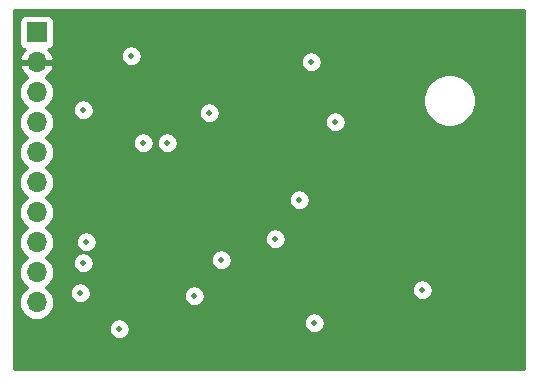
<source format=gbr>
G04 #@! TF.GenerationSoftware,KiCad,Pcbnew,(5.1.4)-1*
G04 #@! TF.CreationDate,2019-12-30T10:40:50-06:00*
G04 #@! TF.ProjectId,analog_pcb,616e616c-6f67-45f7-9063-622e6b696361,rev?*
G04 #@! TF.SameCoordinates,Original*
G04 #@! TF.FileFunction,Copper,L3,Inr*
G04 #@! TF.FilePolarity,Positive*
%FSLAX46Y46*%
G04 Gerber Fmt 4.6, Leading zero omitted, Abs format (unit mm)*
G04 Created by KiCad (PCBNEW (5.1.4)-1) date 2019-12-30 10:40:50*
%MOMM*%
%LPD*%
G04 APERTURE LIST*
%ADD10O,1.700000X1.700000*%
%ADD11R,1.700000X1.700000*%
%ADD12C,0.508000*%
%ADD13C,0.254000*%
G04 APERTURE END LIST*
D10*
X116940000Y-89700000D03*
X116940000Y-87160000D03*
X116940000Y-84620000D03*
X116940000Y-82080000D03*
X116940000Y-79540000D03*
X116940000Y-77000000D03*
X116940000Y-74460000D03*
X116940000Y-71920000D03*
X116940000Y-69380000D03*
D11*
X116940000Y-66840000D03*
D12*
X120904000Y-86360000D03*
X120650000Y-88900000D03*
X130302000Y-89154000D03*
X140208000Y-69342000D03*
X131572000Y-73660000D03*
X124968000Y-68834000D03*
X120904000Y-73406000D03*
X125984000Y-76200000D03*
X139192000Y-81026000D03*
X140462000Y-91440000D03*
X149606000Y-88646000D03*
X137160000Y-84328000D03*
X137414000Y-69342000D03*
X143764000Y-81026000D03*
X149098000Y-86868000D03*
X137160000Y-88900000D03*
X127254000Y-91948000D03*
X128016000Y-76200000D03*
X132588000Y-86106000D03*
X123952000Y-91948000D03*
X142240000Y-74422000D03*
X121158000Y-84582000D03*
D13*
G36*
X158190000Y-95390000D02*
G01*
X115060000Y-95390000D01*
X115060000Y-91860441D01*
X123063000Y-91860441D01*
X123063000Y-92035559D01*
X123097164Y-92207312D01*
X123164179Y-92369099D01*
X123261469Y-92514704D01*
X123385296Y-92638531D01*
X123530901Y-92735821D01*
X123692688Y-92802836D01*
X123864441Y-92837000D01*
X124039559Y-92837000D01*
X124211312Y-92802836D01*
X124373099Y-92735821D01*
X124518704Y-92638531D01*
X124642531Y-92514704D01*
X124739821Y-92369099D01*
X124806836Y-92207312D01*
X124841000Y-92035559D01*
X124841000Y-91860441D01*
X124806836Y-91688688D01*
X124739821Y-91526901D01*
X124642531Y-91381296D01*
X124613676Y-91352441D01*
X139573000Y-91352441D01*
X139573000Y-91527559D01*
X139607164Y-91699312D01*
X139674179Y-91861099D01*
X139771469Y-92006704D01*
X139895296Y-92130531D01*
X140040901Y-92227821D01*
X140202688Y-92294836D01*
X140374441Y-92329000D01*
X140549559Y-92329000D01*
X140721312Y-92294836D01*
X140883099Y-92227821D01*
X141028704Y-92130531D01*
X141152531Y-92006704D01*
X141249821Y-91861099D01*
X141316836Y-91699312D01*
X141351000Y-91527559D01*
X141351000Y-91352441D01*
X141316836Y-91180688D01*
X141249821Y-91018901D01*
X141152531Y-90873296D01*
X141028704Y-90749469D01*
X140883099Y-90652179D01*
X140721312Y-90585164D01*
X140549559Y-90551000D01*
X140374441Y-90551000D01*
X140202688Y-90585164D01*
X140040901Y-90652179D01*
X139895296Y-90749469D01*
X139771469Y-90873296D01*
X139674179Y-91018901D01*
X139607164Y-91180688D01*
X139573000Y-91352441D01*
X124613676Y-91352441D01*
X124518704Y-91257469D01*
X124373099Y-91160179D01*
X124211312Y-91093164D01*
X124039559Y-91059000D01*
X123864441Y-91059000D01*
X123692688Y-91093164D01*
X123530901Y-91160179D01*
X123385296Y-91257469D01*
X123261469Y-91381296D01*
X123164179Y-91526901D01*
X123097164Y-91688688D01*
X123063000Y-91860441D01*
X115060000Y-91860441D01*
X115060000Y-71920000D01*
X115447815Y-71920000D01*
X115476487Y-72211111D01*
X115561401Y-72491034D01*
X115699294Y-72749014D01*
X115884866Y-72975134D01*
X116110986Y-73160706D01*
X116165791Y-73190000D01*
X116110986Y-73219294D01*
X115884866Y-73404866D01*
X115699294Y-73630986D01*
X115561401Y-73888966D01*
X115476487Y-74168889D01*
X115447815Y-74460000D01*
X115476487Y-74751111D01*
X115561401Y-75031034D01*
X115699294Y-75289014D01*
X115884866Y-75515134D01*
X116110986Y-75700706D01*
X116165791Y-75730000D01*
X116110986Y-75759294D01*
X115884866Y-75944866D01*
X115699294Y-76170986D01*
X115561401Y-76428966D01*
X115476487Y-76708889D01*
X115447815Y-77000000D01*
X115476487Y-77291111D01*
X115561401Y-77571034D01*
X115699294Y-77829014D01*
X115884866Y-78055134D01*
X116110986Y-78240706D01*
X116165791Y-78270000D01*
X116110986Y-78299294D01*
X115884866Y-78484866D01*
X115699294Y-78710986D01*
X115561401Y-78968966D01*
X115476487Y-79248889D01*
X115447815Y-79540000D01*
X115476487Y-79831111D01*
X115561401Y-80111034D01*
X115699294Y-80369014D01*
X115884866Y-80595134D01*
X116110986Y-80780706D01*
X116165791Y-80810000D01*
X116110986Y-80839294D01*
X115884866Y-81024866D01*
X115699294Y-81250986D01*
X115561401Y-81508966D01*
X115476487Y-81788889D01*
X115447815Y-82080000D01*
X115476487Y-82371111D01*
X115561401Y-82651034D01*
X115699294Y-82909014D01*
X115884866Y-83135134D01*
X116110986Y-83320706D01*
X116165791Y-83350000D01*
X116110986Y-83379294D01*
X115884866Y-83564866D01*
X115699294Y-83790986D01*
X115561401Y-84048966D01*
X115476487Y-84328889D01*
X115447815Y-84620000D01*
X115476487Y-84911111D01*
X115561401Y-85191034D01*
X115699294Y-85449014D01*
X115884866Y-85675134D01*
X116110986Y-85860706D01*
X116165791Y-85890000D01*
X116110986Y-85919294D01*
X115884866Y-86104866D01*
X115699294Y-86330986D01*
X115561401Y-86588966D01*
X115476487Y-86868889D01*
X115447815Y-87160000D01*
X115476487Y-87451111D01*
X115561401Y-87731034D01*
X115699294Y-87989014D01*
X115884866Y-88215134D01*
X116110986Y-88400706D01*
X116165791Y-88430000D01*
X116110986Y-88459294D01*
X115884866Y-88644866D01*
X115699294Y-88870986D01*
X115561401Y-89128966D01*
X115476487Y-89408889D01*
X115447815Y-89700000D01*
X115476487Y-89991111D01*
X115561401Y-90271034D01*
X115699294Y-90529014D01*
X115884866Y-90755134D01*
X116110986Y-90940706D01*
X116368966Y-91078599D01*
X116648889Y-91163513D01*
X116867050Y-91185000D01*
X117012950Y-91185000D01*
X117231111Y-91163513D01*
X117511034Y-91078599D01*
X117769014Y-90940706D01*
X117995134Y-90755134D01*
X118180706Y-90529014D01*
X118318599Y-90271034D01*
X118403513Y-89991111D01*
X118432185Y-89700000D01*
X118403513Y-89408889D01*
X118318599Y-89128966D01*
X118180706Y-88870986D01*
X118132660Y-88812441D01*
X119761000Y-88812441D01*
X119761000Y-88987559D01*
X119795164Y-89159312D01*
X119862179Y-89321099D01*
X119959469Y-89466704D01*
X120083296Y-89590531D01*
X120228901Y-89687821D01*
X120390688Y-89754836D01*
X120562441Y-89789000D01*
X120737559Y-89789000D01*
X120909312Y-89754836D01*
X121071099Y-89687821D01*
X121216704Y-89590531D01*
X121340531Y-89466704D01*
X121437821Y-89321099D01*
X121504836Y-89159312D01*
X121523309Y-89066441D01*
X129413000Y-89066441D01*
X129413000Y-89241559D01*
X129447164Y-89413312D01*
X129514179Y-89575099D01*
X129611469Y-89720704D01*
X129735296Y-89844531D01*
X129880901Y-89941821D01*
X130042688Y-90008836D01*
X130214441Y-90043000D01*
X130389559Y-90043000D01*
X130561312Y-90008836D01*
X130723099Y-89941821D01*
X130868704Y-89844531D01*
X130992531Y-89720704D01*
X131089821Y-89575099D01*
X131156836Y-89413312D01*
X131191000Y-89241559D01*
X131191000Y-89066441D01*
X131156836Y-88894688D01*
X131089821Y-88732901D01*
X130992531Y-88587296D01*
X130963676Y-88558441D01*
X148717000Y-88558441D01*
X148717000Y-88733559D01*
X148751164Y-88905312D01*
X148818179Y-89067099D01*
X148915469Y-89212704D01*
X149039296Y-89336531D01*
X149184901Y-89433821D01*
X149346688Y-89500836D01*
X149518441Y-89535000D01*
X149693559Y-89535000D01*
X149865312Y-89500836D01*
X150027099Y-89433821D01*
X150172704Y-89336531D01*
X150296531Y-89212704D01*
X150393821Y-89067099D01*
X150460836Y-88905312D01*
X150495000Y-88733559D01*
X150495000Y-88558441D01*
X150460836Y-88386688D01*
X150393821Y-88224901D01*
X150296531Y-88079296D01*
X150172704Y-87955469D01*
X150027099Y-87858179D01*
X149865312Y-87791164D01*
X149693559Y-87757000D01*
X149518441Y-87757000D01*
X149346688Y-87791164D01*
X149184901Y-87858179D01*
X149039296Y-87955469D01*
X148915469Y-88079296D01*
X148818179Y-88224901D01*
X148751164Y-88386688D01*
X148717000Y-88558441D01*
X130963676Y-88558441D01*
X130868704Y-88463469D01*
X130723099Y-88366179D01*
X130561312Y-88299164D01*
X130389559Y-88265000D01*
X130214441Y-88265000D01*
X130042688Y-88299164D01*
X129880901Y-88366179D01*
X129735296Y-88463469D01*
X129611469Y-88587296D01*
X129514179Y-88732901D01*
X129447164Y-88894688D01*
X129413000Y-89066441D01*
X121523309Y-89066441D01*
X121539000Y-88987559D01*
X121539000Y-88812441D01*
X121504836Y-88640688D01*
X121437821Y-88478901D01*
X121340531Y-88333296D01*
X121216704Y-88209469D01*
X121071099Y-88112179D01*
X120909312Y-88045164D01*
X120737559Y-88011000D01*
X120562441Y-88011000D01*
X120390688Y-88045164D01*
X120228901Y-88112179D01*
X120083296Y-88209469D01*
X119959469Y-88333296D01*
X119862179Y-88478901D01*
X119795164Y-88640688D01*
X119761000Y-88812441D01*
X118132660Y-88812441D01*
X117995134Y-88644866D01*
X117769014Y-88459294D01*
X117714209Y-88430000D01*
X117769014Y-88400706D01*
X117995134Y-88215134D01*
X118180706Y-87989014D01*
X118318599Y-87731034D01*
X118403513Y-87451111D01*
X118432185Y-87160000D01*
X118403513Y-86868889D01*
X118318599Y-86588966D01*
X118180706Y-86330986D01*
X118132660Y-86272441D01*
X120015000Y-86272441D01*
X120015000Y-86447559D01*
X120049164Y-86619312D01*
X120116179Y-86781099D01*
X120213469Y-86926704D01*
X120337296Y-87050531D01*
X120482901Y-87147821D01*
X120644688Y-87214836D01*
X120816441Y-87249000D01*
X120991559Y-87249000D01*
X121163312Y-87214836D01*
X121325099Y-87147821D01*
X121470704Y-87050531D01*
X121594531Y-86926704D01*
X121691821Y-86781099D01*
X121758836Y-86619312D01*
X121793000Y-86447559D01*
X121793000Y-86272441D01*
X121758836Y-86100688D01*
X121724768Y-86018441D01*
X131699000Y-86018441D01*
X131699000Y-86193559D01*
X131733164Y-86365312D01*
X131800179Y-86527099D01*
X131897469Y-86672704D01*
X132021296Y-86796531D01*
X132166901Y-86893821D01*
X132328688Y-86960836D01*
X132500441Y-86995000D01*
X132675559Y-86995000D01*
X132847312Y-86960836D01*
X133009099Y-86893821D01*
X133154704Y-86796531D01*
X133278531Y-86672704D01*
X133375821Y-86527099D01*
X133442836Y-86365312D01*
X133477000Y-86193559D01*
X133477000Y-86018441D01*
X133442836Y-85846688D01*
X133375821Y-85684901D01*
X133278531Y-85539296D01*
X133154704Y-85415469D01*
X133009099Y-85318179D01*
X132847312Y-85251164D01*
X132675559Y-85217000D01*
X132500441Y-85217000D01*
X132328688Y-85251164D01*
X132166901Y-85318179D01*
X132021296Y-85415469D01*
X131897469Y-85539296D01*
X131800179Y-85684901D01*
X131733164Y-85846688D01*
X131699000Y-86018441D01*
X121724768Y-86018441D01*
X121691821Y-85938901D01*
X121594531Y-85793296D01*
X121470704Y-85669469D01*
X121325099Y-85572179D01*
X121163312Y-85505164D01*
X120991559Y-85471000D01*
X120816441Y-85471000D01*
X120644688Y-85505164D01*
X120482901Y-85572179D01*
X120337296Y-85669469D01*
X120213469Y-85793296D01*
X120116179Y-85938901D01*
X120049164Y-86100688D01*
X120015000Y-86272441D01*
X118132660Y-86272441D01*
X117995134Y-86104866D01*
X117769014Y-85919294D01*
X117714209Y-85890000D01*
X117769014Y-85860706D01*
X117995134Y-85675134D01*
X118180706Y-85449014D01*
X118318599Y-85191034D01*
X118403513Y-84911111D01*
X118432185Y-84620000D01*
X118419819Y-84494441D01*
X120269000Y-84494441D01*
X120269000Y-84669559D01*
X120303164Y-84841312D01*
X120370179Y-85003099D01*
X120467469Y-85148704D01*
X120591296Y-85272531D01*
X120736901Y-85369821D01*
X120898688Y-85436836D01*
X121070441Y-85471000D01*
X121245559Y-85471000D01*
X121417312Y-85436836D01*
X121579099Y-85369821D01*
X121724704Y-85272531D01*
X121848531Y-85148704D01*
X121945821Y-85003099D01*
X122012836Y-84841312D01*
X122047000Y-84669559D01*
X122047000Y-84494441D01*
X122012836Y-84322688D01*
X121978768Y-84240441D01*
X136271000Y-84240441D01*
X136271000Y-84415559D01*
X136305164Y-84587312D01*
X136372179Y-84749099D01*
X136469469Y-84894704D01*
X136593296Y-85018531D01*
X136738901Y-85115821D01*
X136900688Y-85182836D01*
X137072441Y-85217000D01*
X137247559Y-85217000D01*
X137419312Y-85182836D01*
X137581099Y-85115821D01*
X137726704Y-85018531D01*
X137850531Y-84894704D01*
X137947821Y-84749099D01*
X138014836Y-84587312D01*
X138049000Y-84415559D01*
X138049000Y-84240441D01*
X138014836Y-84068688D01*
X137947821Y-83906901D01*
X137850531Y-83761296D01*
X137726704Y-83637469D01*
X137581099Y-83540179D01*
X137419312Y-83473164D01*
X137247559Y-83439000D01*
X137072441Y-83439000D01*
X136900688Y-83473164D01*
X136738901Y-83540179D01*
X136593296Y-83637469D01*
X136469469Y-83761296D01*
X136372179Y-83906901D01*
X136305164Y-84068688D01*
X136271000Y-84240441D01*
X121978768Y-84240441D01*
X121945821Y-84160901D01*
X121848531Y-84015296D01*
X121724704Y-83891469D01*
X121579099Y-83794179D01*
X121417312Y-83727164D01*
X121245559Y-83693000D01*
X121070441Y-83693000D01*
X120898688Y-83727164D01*
X120736901Y-83794179D01*
X120591296Y-83891469D01*
X120467469Y-84015296D01*
X120370179Y-84160901D01*
X120303164Y-84322688D01*
X120269000Y-84494441D01*
X118419819Y-84494441D01*
X118403513Y-84328889D01*
X118318599Y-84048966D01*
X118180706Y-83790986D01*
X117995134Y-83564866D01*
X117769014Y-83379294D01*
X117714209Y-83350000D01*
X117769014Y-83320706D01*
X117995134Y-83135134D01*
X118180706Y-82909014D01*
X118318599Y-82651034D01*
X118403513Y-82371111D01*
X118432185Y-82080000D01*
X118403513Y-81788889D01*
X118318599Y-81508966D01*
X118180706Y-81250986D01*
X117995134Y-81024866D01*
X117889825Y-80938441D01*
X138303000Y-80938441D01*
X138303000Y-81113559D01*
X138337164Y-81285312D01*
X138404179Y-81447099D01*
X138501469Y-81592704D01*
X138625296Y-81716531D01*
X138770901Y-81813821D01*
X138932688Y-81880836D01*
X139104441Y-81915000D01*
X139279559Y-81915000D01*
X139451312Y-81880836D01*
X139613099Y-81813821D01*
X139758704Y-81716531D01*
X139882531Y-81592704D01*
X139979821Y-81447099D01*
X140046836Y-81285312D01*
X140081000Y-81113559D01*
X140081000Y-80938441D01*
X140046836Y-80766688D01*
X139979821Y-80604901D01*
X139882531Y-80459296D01*
X139758704Y-80335469D01*
X139613099Y-80238179D01*
X139451312Y-80171164D01*
X139279559Y-80137000D01*
X139104441Y-80137000D01*
X138932688Y-80171164D01*
X138770901Y-80238179D01*
X138625296Y-80335469D01*
X138501469Y-80459296D01*
X138404179Y-80604901D01*
X138337164Y-80766688D01*
X138303000Y-80938441D01*
X117889825Y-80938441D01*
X117769014Y-80839294D01*
X117714209Y-80810000D01*
X117769014Y-80780706D01*
X117995134Y-80595134D01*
X118180706Y-80369014D01*
X118318599Y-80111034D01*
X118403513Y-79831111D01*
X118432185Y-79540000D01*
X118403513Y-79248889D01*
X118318599Y-78968966D01*
X118180706Y-78710986D01*
X117995134Y-78484866D01*
X117769014Y-78299294D01*
X117714209Y-78270000D01*
X117769014Y-78240706D01*
X117995134Y-78055134D01*
X118180706Y-77829014D01*
X118318599Y-77571034D01*
X118403513Y-77291111D01*
X118432185Y-77000000D01*
X118403513Y-76708889D01*
X118318599Y-76428966D01*
X118180706Y-76170986D01*
X118132660Y-76112441D01*
X125095000Y-76112441D01*
X125095000Y-76287559D01*
X125129164Y-76459312D01*
X125196179Y-76621099D01*
X125293469Y-76766704D01*
X125417296Y-76890531D01*
X125562901Y-76987821D01*
X125724688Y-77054836D01*
X125896441Y-77089000D01*
X126071559Y-77089000D01*
X126243312Y-77054836D01*
X126405099Y-76987821D01*
X126550704Y-76890531D01*
X126674531Y-76766704D01*
X126771821Y-76621099D01*
X126838836Y-76459312D01*
X126873000Y-76287559D01*
X126873000Y-76112441D01*
X127127000Y-76112441D01*
X127127000Y-76287559D01*
X127161164Y-76459312D01*
X127228179Y-76621099D01*
X127325469Y-76766704D01*
X127449296Y-76890531D01*
X127594901Y-76987821D01*
X127756688Y-77054836D01*
X127928441Y-77089000D01*
X128103559Y-77089000D01*
X128275312Y-77054836D01*
X128437099Y-76987821D01*
X128582704Y-76890531D01*
X128706531Y-76766704D01*
X128803821Y-76621099D01*
X128870836Y-76459312D01*
X128905000Y-76287559D01*
X128905000Y-76112441D01*
X128870836Y-75940688D01*
X128803821Y-75778901D01*
X128706531Y-75633296D01*
X128582704Y-75509469D01*
X128437099Y-75412179D01*
X128275312Y-75345164D01*
X128103559Y-75311000D01*
X127928441Y-75311000D01*
X127756688Y-75345164D01*
X127594901Y-75412179D01*
X127449296Y-75509469D01*
X127325469Y-75633296D01*
X127228179Y-75778901D01*
X127161164Y-75940688D01*
X127127000Y-76112441D01*
X126873000Y-76112441D01*
X126838836Y-75940688D01*
X126771821Y-75778901D01*
X126674531Y-75633296D01*
X126550704Y-75509469D01*
X126405099Y-75412179D01*
X126243312Y-75345164D01*
X126071559Y-75311000D01*
X125896441Y-75311000D01*
X125724688Y-75345164D01*
X125562901Y-75412179D01*
X125417296Y-75509469D01*
X125293469Y-75633296D01*
X125196179Y-75778901D01*
X125129164Y-75940688D01*
X125095000Y-76112441D01*
X118132660Y-76112441D01*
X117995134Y-75944866D01*
X117769014Y-75759294D01*
X117714209Y-75730000D01*
X117769014Y-75700706D01*
X117995134Y-75515134D01*
X118180706Y-75289014D01*
X118318599Y-75031034D01*
X118403513Y-74751111D01*
X118432185Y-74460000D01*
X118403513Y-74168889D01*
X118318599Y-73888966D01*
X118180706Y-73630986D01*
X117995134Y-73404866D01*
X117889825Y-73318441D01*
X120015000Y-73318441D01*
X120015000Y-73493559D01*
X120049164Y-73665312D01*
X120116179Y-73827099D01*
X120213469Y-73972704D01*
X120337296Y-74096531D01*
X120482901Y-74193821D01*
X120644688Y-74260836D01*
X120816441Y-74295000D01*
X120991559Y-74295000D01*
X121163312Y-74260836D01*
X121325099Y-74193821D01*
X121470704Y-74096531D01*
X121594531Y-73972704D01*
X121691821Y-73827099D01*
X121758836Y-73665312D01*
X121777309Y-73572441D01*
X130683000Y-73572441D01*
X130683000Y-73747559D01*
X130717164Y-73919312D01*
X130784179Y-74081099D01*
X130881469Y-74226704D01*
X131005296Y-74350531D01*
X131150901Y-74447821D01*
X131312688Y-74514836D01*
X131484441Y-74549000D01*
X131659559Y-74549000D01*
X131831312Y-74514836D01*
X131993099Y-74447821D01*
X132138704Y-74350531D01*
X132154794Y-74334441D01*
X141351000Y-74334441D01*
X141351000Y-74509559D01*
X141385164Y-74681312D01*
X141452179Y-74843099D01*
X141549469Y-74988704D01*
X141673296Y-75112531D01*
X141818901Y-75209821D01*
X141980688Y-75276836D01*
X142152441Y-75311000D01*
X142327559Y-75311000D01*
X142499312Y-75276836D01*
X142661099Y-75209821D01*
X142806704Y-75112531D01*
X142930531Y-74988704D01*
X143027821Y-74843099D01*
X143094836Y-74681312D01*
X143129000Y-74509559D01*
X143129000Y-74334441D01*
X143094836Y-74162688D01*
X143027821Y-74000901D01*
X142930531Y-73855296D01*
X142806704Y-73731469D01*
X142661099Y-73634179D01*
X142499312Y-73567164D01*
X142327559Y-73533000D01*
X142152441Y-73533000D01*
X141980688Y-73567164D01*
X141818901Y-73634179D01*
X141673296Y-73731469D01*
X141549469Y-73855296D01*
X141452179Y-74000901D01*
X141385164Y-74162688D01*
X141351000Y-74334441D01*
X132154794Y-74334441D01*
X132262531Y-74226704D01*
X132359821Y-74081099D01*
X132426836Y-73919312D01*
X132461000Y-73747559D01*
X132461000Y-73572441D01*
X132426836Y-73400688D01*
X132359821Y-73238901D01*
X132262531Y-73093296D01*
X132138704Y-72969469D01*
X131993099Y-72872179D01*
X131831312Y-72805164D01*
X131659559Y-72771000D01*
X131484441Y-72771000D01*
X131312688Y-72805164D01*
X131150901Y-72872179D01*
X131005296Y-72969469D01*
X130881469Y-73093296D01*
X130784179Y-73238901D01*
X130717164Y-73400688D01*
X130683000Y-73572441D01*
X121777309Y-73572441D01*
X121793000Y-73493559D01*
X121793000Y-73318441D01*
X121758836Y-73146688D01*
X121691821Y-72984901D01*
X121594531Y-72839296D01*
X121470704Y-72715469D01*
X121325099Y-72618179D01*
X121163312Y-72551164D01*
X120991559Y-72517000D01*
X120816441Y-72517000D01*
X120644688Y-72551164D01*
X120482901Y-72618179D01*
X120337296Y-72715469D01*
X120213469Y-72839296D01*
X120116179Y-72984901D01*
X120049164Y-73146688D01*
X120015000Y-73318441D01*
X117889825Y-73318441D01*
X117769014Y-73219294D01*
X117714209Y-73190000D01*
X117769014Y-73160706D01*
X117995134Y-72975134D01*
X118180706Y-72749014D01*
X118318599Y-72491034D01*
X118352319Y-72379872D01*
X149665000Y-72379872D01*
X149665000Y-72820128D01*
X149750890Y-73251925D01*
X149919369Y-73658669D01*
X150163962Y-74024729D01*
X150475271Y-74336038D01*
X150841331Y-74580631D01*
X151248075Y-74749110D01*
X151679872Y-74835000D01*
X152120128Y-74835000D01*
X152551925Y-74749110D01*
X152958669Y-74580631D01*
X153324729Y-74336038D01*
X153636038Y-74024729D01*
X153880631Y-73658669D01*
X154049110Y-73251925D01*
X154135000Y-72820128D01*
X154135000Y-72379872D01*
X154049110Y-71948075D01*
X153880631Y-71541331D01*
X153636038Y-71175271D01*
X153324729Y-70863962D01*
X152958669Y-70619369D01*
X152551925Y-70450890D01*
X152120128Y-70365000D01*
X151679872Y-70365000D01*
X151248075Y-70450890D01*
X150841331Y-70619369D01*
X150475271Y-70863962D01*
X150163962Y-71175271D01*
X149919369Y-71541331D01*
X149750890Y-71948075D01*
X149665000Y-72379872D01*
X118352319Y-72379872D01*
X118403513Y-72211111D01*
X118432185Y-71920000D01*
X118403513Y-71628889D01*
X118318599Y-71348966D01*
X118180706Y-71090986D01*
X117995134Y-70864866D01*
X117769014Y-70679294D01*
X117704477Y-70644799D01*
X117821355Y-70575178D01*
X118037588Y-70380269D01*
X118211641Y-70146920D01*
X118336825Y-69884099D01*
X118381476Y-69736890D01*
X118260155Y-69507000D01*
X117067000Y-69507000D01*
X117067000Y-69527000D01*
X116813000Y-69527000D01*
X116813000Y-69507000D01*
X115619845Y-69507000D01*
X115498524Y-69736890D01*
X115543175Y-69884099D01*
X115668359Y-70146920D01*
X115842412Y-70380269D01*
X116058645Y-70575178D01*
X116175523Y-70644799D01*
X116110986Y-70679294D01*
X115884866Y-70864866D01*
X115699294Y-71090986D01*
X115561401Y-71348966D01*
X115476487Y-71628889D01*
X115447815Y-71920000D01*
X115060000Y-71920000D01*
X115060000Y-65990000D01*
X115451928Y-65990000D01*
X115451928Y-67690000D01*
X115464188Y-67814482D01*
X115500498Y-67934180D01*
X115559463Y-68044494D01*
X115638815Y-68141185D01*
X115735506Y-68220537D01*
X115845820Y-68279502D01*
X115926466Y-68303966D01*
X115842412Y-68379731D01*
X115668359Y-68613080D01*
X115543175Y-68875901D01*
X115498524Y-69023110D01*
X115619845Y-69253000D01*
X116813000Y-69253000D01*
X116813000Y-69233000D01*
X117067000Y-69233000D01*
X117067000Y-69253000D01*
X118260155Y-69253000D01*
X118381476Y-69023110D01*
X118336825Y-68875901D01*
X118275163Y-68746441D01*
X124079000Y-68746441D01*
X124079000Y-68921559D01*
X124113164Y-69093312D01*
X124180179Y-69255099D01*
X124277469Y-69400704D01*
X124401296Y-69524531D01*
X124546901Y-69621821D01*
X124708688Y-69688836D01*
X124880441Y-69723000D01*
X125055559Y-69723000D01*
X125227312Y-69688836D01*
X125389099Y-69621821D01*
X125534704Y-69524531D01*
X125658531Y-69400704D01*
X125755821Y-69255099D01*
X125756093Y-69254441D01*
X139319000Y-69254441D01*
X139319000Y-69429559D01*
X139353164Y-69601312D01*
X139420179Y-69763099D01*
X139517469Y-69908704D01*
X139641296Y-70032531D01*
X139786901Y-70129821D01*
X139948688Y-70196836D01*
X140120441Y-70231000D01*
X140295559Y-70231000D01*
X140467312Y-70196836D01*
X140629099Y-70129821D01*
X140774704Y-70032531D01*
X140898531Y-69908704D01*
X140995821Y-69763099D01*
X141062836Y-69601312D01*
X141097000Y-69429559D01*
X141097000Y-69254441D01*
X141062836Y-69082688D01*
X140995821Y-68920901D01*
X140898531Y-68775296D01*
X140774704Y-68651469D01*
X140629099Y-68554179D01*
X140467312Y-68487164D01*
X140295559Y-68453000D01*
X140120441Y-68453000D01*
X139948688Y-68487164D01*
X139786901Y-68554179D01*
X139641296Y-68651469D01*
X139517469Y-68775296D01*
X139420179Y-68920901D01*
X139353164Y-69082688D01*
X139319000Y-69254441D01*
X125756093Y-69254441D01*
X125822836Y-69093312D01*
X125857000Y-68921559D01*
X125857000Y-68746441D01*
X125822836Y-68574688D01*
X125755821Y-68412901D01*
X125658531Y-68267296D01*
X125534704Y-68143469D01*
X125389099Y-68046179D01*
X125227312Y-67979164D01*
X125055559Y-67945000D01*
X124880441Y-67945000D01*
X124708688Y-67979164D01*
X124546901Y-68046179D01*
X124401296Y-68143469D01*
X124277469Y-68267296D01*
X124180179Y-68412901D01*
X124113164Y-68574688D01*
X124079000Y-68746441D01*
X118275163Y-68746441D01*
X118211641Y-68613080D01*
X118037588Y-68379731D01*
X117953534Y-68303966D01*
X118034180Y-68279502D01*
X118144494Y-68220537D01*
X118241185Y-68141185D01*
X118320537Y-68044494D01*
X118379502Y-67934180D01*
X118415812Y-67814482D01*
X118428072Y-67690000D01*
X118428072Y-65990000D01*
X118415812Y-65865518D01*
X118379502Y-65745820D01*
X118320537Y-65635506D01*
X118241185Y-65538815D01*
X118144494Y-65459463D01*
X118034180Y-65400498D01*
X117914482Y-65364188D01*
X117790000Y-65351928D01*
X116090000Y-65351928D01*
X115965518Y-65364188D01*
X115845820Y-65400498D01*
X115735506Y-65459463D01*
X115638815Y-65538815D01*
X115559463Y-65635506D01*
X115500498Y-65745820D01*
X115464188Y-65865518D01*
X115451928Y-65990000D01*
X115060000Y-65990000D01*
X115060000Y-64960000D01*
X158190001Y-64960000D01*
X158190000Y-95390000D01*
X158190000Y-95390000D01*
G37*
X158190000Y-95390000D02*
X115060000Y-95390000D01*
X115060000Y-91860441D01*
X123063000Y-91860441D01*
X123063000Y-92035559D01*
X123097164Y-92207312D01*
X123164179Y-92369099D01*
X123261469Y-92514704D01*
X123385296Y-92638531D01*
X123530901Y-92735821D01*
X123692688Y-92802836D01*
X123864441Y-92837000D01*
X124039559Y-92837000D01*
X124211312Y-92802836D01*
X124373099Y-92735821D01*
X124518704Y-92638531D01*
X124642531Y-92514704D01*
X124739821Y-92369099D01*
X124806836Y-92207312D01*
X124841000Y-92035559D01*
X124841000Y-91860441D01*
X124806836Y-91688688D01*
X124739821Y-91526901D01*
X124642531Y-91381296D01*
X124613676Y-91352441D01*
X139573000Y-91352441D01*
X139573000Y-91527559D01*
X139607164Y-91699312D01*
X139674179Y-91861099D01*
X139771469Y-92006704D01*
X139895296Y-92130531D01*
X140040901Y-92227821D01*
X140202688Y-92294836D01*
X140374441Y-92329000D01*
X140549559Y-92329000D01*
X140721312Y-92294836D01*
X140883099Y-92227821D01*
X141028704Y-92130531D01*
X141152531Y-92006704D01*
X141249821Y-91861099D01*
X141316836Y-91699312D01*
X141351000Y-91527559D01*
X141351000Y-91352441D01*
X141316836Y-91180688D01*
X141249821Y-91018901D01*
X141152531Y-90873296D01*
X141028704Y-90749469D01*
X140883099Y-90652179D01*
X140721312Y-90585164D01*
X140549559Y-90551000D01*
X140374441Y-90551000D01*
X140202688Y-90585164D01*
X140040901Y-90652179D01*
X139895296Y-90749469D01*
X139771469Y-90873296D01*
X139674179Y-91018901D01*
X139607164Y-91180688D01*
X139573000Y-91352441D01*
X124613676Y-91352441D01*
X124518704Y-91257469D01*
X124373099Y-91160179D01*
X124211312Y-91093164D01*
X124039559Y-91059000D01*
X123864441Y-91059000D01*
X123692688Y-91093164D01*
X123530901Y-91160179D01*
X123385296Y-91257469D01*
X123261469Y-91381296D01*
X123164179Y-91526901D01*
X123097164Y-91688688D01*
X123063000Y-91860441D01*
X115060000Y-91860441D01*
X115060000Y-71920000D01*
X115447815Y-71920000D01*
X115476487Y-72211111D01*
X115561401Y-72491034D01*
X115699294Y-72749014D01*
X115884866Y-72975134D01*
X116110986Y-73160706D01*
X116165791Y-73190000D01*
X116110986Y-73219294D01*
X115884866Y-73404866D01*
X115699294Y-73630986D01*
X115561401Y-73888966D01*
X115476487Y-74168889D01*
X115447815Y-74460000D01*
X115476487Y-74751111D01*
X115561401Y-75031034D01*
X115699294Y-75289014D01*
X115884866Y-75515134D01*
X116110986Y-75700706D01*
X116165791Y-75730000D01*
X116110986Y-75759294D01*
X115884866Y-75944866D01*
X115699294Y-76170986D01*
X115561401Y-76428966D01*
X115476487Y-76708889D01*
X115447815Y-77000000D01*
X115476487Y-77291111D01*
X115561401Y-77571034D01*
X115699294Y-77829014D01*
X115884866Y-78055134D01*
X116110986Y-78240706D01*
X116165791Y-78270000D01*
X116110986Y-78299294D01*
X115884866Y-78484866D01*
X115699294Y-78710986D01*
X115561401Y-78968966D01*
X115476487Y-79248889D01*
X115447815Y-79540000D01*
X115476487Y-79831111D01*
X115561401Y-80111034D01*
X115699294Y-80369014D01*
X115884866Y-80595134D01*
X116110986Y-80780706D01*
X116165791Y-80810000D01*
X116110986Y-80839294D01*
X115884866Y-81024866D01*
X115699294Y-81250986D01*
X115561401Y-81508966D01*
X115476487Y-81788889D01*
X115447815Y-82080000D01*
X115476487Y-82371111D01*
X115561401Y-82651034D01*
X115699294Y-82909014D01*
X115884866Y-83135134D01*
X116110986Y-83320706D01*
X116165791Y-83350000D01*
X116110986Y-83379294D01*
X115884866Y-83564866D01*
X115699294Y-83790986D01*
X115561401Y-84048966D01*
X115476487Y-84328889D01*
X115447815Y-84620000D01*
X115476487Y-84911111D01*
X115561401Y-85191034D01*
X115699294Y-85449014D01*
X115884866Y-85675134D01*
X116110986Y-85860706D01*
X116165791Y-85890000D01*
X116110986Y-85919294D01*
X115884866Y-86104866D01*
X115699294Y-86330986D01*
X115561401Y-86588966D01*
X115476487Y-86868889D01*
X115447815Y-87160000D01*
X115476487Y-87451111D01*
X115561401Y-87731034D01*
X115699294Y-87989014D01*
X115884866Y-88215134D01*
X116110986Y-88400706D01*
X116165791Y-88430000D01*
X116110986Y-88459294D01*
X115884866Y-88644866D01*
X115699294Y-88870986D01*
X115561401Y-89128966D01*
X115476487Y-89408889D01*
X115447815Y-89700000D01*
X115476487Y-89991111D01*
X115561401Y-90271034D01*
X115699294Y-90529014D01*
X115884866Y-90755134D01*
X116110986Y-90940706D01*
X116368966Y-91078599D01*
X116648889Y-91163513D01*
X116867050Y-91185000D01*
X117012950Y-91185000D01*
X117231111Y-91163513D01*
X117511034Y-91078599D01*
X117769014Y-90940706D01*
X117995134Y-90755134D01*
X118180706Y-90529014D01*
X118318599Y-90271034D01*
X118403513Y-89991111D01*
X118432185Y-89700000D01*
X118403513Y-89408889D01*
X118318599Y-89128966D01*
X118180706Y-88870986D01*
X118132660Y-88812441D01*
X119761000Y-88812441D01*
X119761000Y-88987559D01*
X119795164Y-89159312D01*
X119862179Y-89321099D01*
X119959469Y-89466704D01*
X120083296Y-89590531D01*
X120228901Y-89687821D01*
X120390688Y-89754836D01*
X120562441Y-89789000D01*
X120737559Y-89789000D01*
X120909312Y-89754836D01*
X121071099Y-89687821D01*
X121216704Y-89590531D01*
X121340531Y-89466704D01*
X121437821Y-89321099D01*
X121504836Y-89159312D01*
X121523309Y-89066441D01*
X129413000Y-89066441D01*
X129413000Y-89241559D01*
X129447164Y-89413312D01*
X129514179Y-89575099D01*
X129611469Y-89720704D01*
X129735296Y-89844531D01*
X129880901Y-89941821D01*
X130042688Y-90008836D01*
X130214441Y-90043000D01*
X130389559Y-90043000D01*
X130561312Y-90008836D01*
X130723099Y-89941821D01*
X130868704Y-89844531D01*
X130992531Y-89720704D01*
X131089821Y-89575099D01*
X131156836Y-89413312D01*
X131191000Y-89241559D01*
X131191000Y-89066441D01*
X131156836Y-88894688D01*
X131089821Y-88732901D01*
X130992531Y-88587296D01*
X130963676Y-88558441D01*
X148717000Y-88558441D01*
X148717000Y-88733559D01*
X148751164Y-88905312D01*
X148818179Y-89067099D01*
X148915469Y-89212704D01*
X149039296Y-89336531D01*
X149184901Y-89433821D01*
X149346688Y-89500836D01*
X149518441Y-89535000D01*
X149693559Y-89535000D01*
X149865312Y-89500836D01*
X150027099Y-89433821D01*
X150172704Y-89336531D01*
X150296531Y-89212704D01*
X150393821Y-89067099D01*
X150460836Y-88905312D01*
X150495000Y-88733559D01*
X150495000Y-88558441D01*
X150460836Y-88386688D01*
X150393821Y-88224901D01*
X150296531Y-88079296D01*
X150172704Y-87955469D01*
X150027099Y-87858179D01*
X149865312Y-87791164D01*
X149693559Y-87757000D01*
X149518441Y-87757000D01*
X149346688Y-87791164D01*
X149184901Y-87858179D01*
X149039296Y-87955469D01*
X148915469Y-88079296D01*
X148818179Y-88224901D01*
X148751164Y-88386688D01*
X148717000Y-88558441D01*
X130963676Y-88558441D01*
X130868704Y-88463469D01*
X130723099Y-88366179D01*
X130561312Y-88299164D01*
X130389559Y-88265000D01*
X130214441Y-88265000D01*
X130042688Y-88299164D01*
X129880901Y-88366179D01*
X129735296Y-88463469D01*
X129611469Y-88587296D01*
X129514179Y-88732901D01*
X129447164Y-88894688D01*
X129413000Y-89066441D01*
X121523309Y-89066441D01*
X121539000Y-88987559D01*
X121539000Y-88812441D01*
X121504836Y-88640688D01*
X121437821Y-88478901D01*
X121340531Y-88333296D01*
X121216704Y-88209469D01*
X121071099Y-88112179D01*
X120909312Y-88045164D01*
X120737559Y-88011000D01*
X120562441Y-88011000D01*
X120390688Y-88045164D01*
X120228901Y-88112179D01*
X120083296Y-88209469D01*
X119959469Y-88333296D01*
X119862179Y-88478901D01*
X119795164Y-88640688D01*
X119761000Y-88812441D01*
X118132660Y-88812441D01*
X117995134Y-88644866D01*
X117769014Y-88459294D01*
X117714209Y-88430000D01*
X117769014Y-88400706D01*
X117995134Y-88215134D01*
X118180706Y-87989014D01*
X118318599Y-87731034D01*
X118403513Y-87451111D01*
X118432185Y-87160000D01*
X118403513Y-86868889D01*
X118318599Y-86588966D01*
X118180706Y-86330986D01*
X118132660Y-86272441D01*
X120015000Y-86272441D01*
X120015000Y-86447559D01*
X120049164Y-86619312D01*
X120116179Y-86781099D01*
X120213469Y-86926704D01*
X120337296Y-87050531D01*
X120482901Y-87147821D01*
X120644688Y-87214836D01*
X120816441Y-87249000D01*
X120991559Y-87249000D01*
X121163312Y-87214836D01*
X121325099Y-87147821D01*
X121470704Y-87050531D01*
X121594531Y-86926704D01*
X121691821Y-86781099D01*
X121758836Y-86619312D01*
X121793000Y-86447559D01*
X121793000Y-86272441D01*
X121758836Y-86100688D01*
X121724768Y-86018441D01*
X131699000Y-86018441D01*
X131699000Y-86193559D01*
X131733164Y-86365312D01*
X131800179Y-86527099D01*
X131897469Y-86672704D01*
X132021296Y-86796531D01*
X132166901Y-86893821D01*
X132328688Y-86960836D01*
X132500441Y-86995000D01*
X132675559Y-86995000D01*
X132847312Y-86960836D01*
X133009099Y-86893821D01*
X133154704Y-86796531D01*
X133278531Y-86672704D01*
X133375821Y-86527099D01*
X133442836Y-86365312D01*
X133477000Y-86193559D01*
X133477000Y-86018441D01*
X133442836Y-85846688D01*
X133375821Y-85684901D01*
X133278531Y-85539296D01*
X133154704Y-85415469D01*
X133009099Y-85318179D01*
X132847312Y-85251164D01*
X132675559Y-85217000D01*
X132500441Y-85217000D01*
X132328688Y-85251164D01*
X132166901Y-85318179D01*
X132021296Y-85415469D01*
X131897469Y-85539296D01*
X131800179Y-85684901D01*
X131733164Y-85846688D01*
X131699000Y-86018441D01*
X121724768Y-86018441D01*
X121691821Y-85938901D01*
X121594531Y-85793296D01*
X121470704Y-85669469D01*
X121325099Y-85572179D01*
X121163312Y-85505164D01*
X120991559Y-85471000D01*
X120816441Y-85471000D01*
X120644688Y-85505164D01*
X120482901Y-85572179D01*
X120337296Y-85669469D01*
X120213469Y-85793296D01*
X120116179Y-85938901D01*
X120049164Y-86100688D01*
X120015000Y-86272441D01*
X118132660Y-86272441D01*
X117995134Y-86104866D01*
X117769014Y-85919294D01*
X117714209Y-85890000D01*
X117769014Y-85860706D01*
X117995134Y-85675134D01*
X118180706Y-85449014D01*
X118318599Y-85191034D01*
X118403513Y-84911111D01*
X118432185Y-84620000D01*
X118419819Y-84494441D01*
X120269000Y-84494441D01*
X120269000Y-84669559D01*
X120303164Y-84841312D01*
X120370179Y-85003099D01*
X120467469Y-85148704D01*
X120591296Y-85272531D01*
X120736901Y-85369821D01*
X120898688Y-85436836D01*
X121070441Y-85471000D01*
X121245559Y-85471000D01*
X121417312Y-85436836D01*
X121579099Y-85369821D01*
X121724704Y-85272531D01*
X121848531Y-85148704D01*
X121945821Y-85003099D01*
X122012836Y-84841312D01*
X122047000Y-84669559D01*
X122047000Y-84494441D01*
X122012836Y-84322688D01*
X121978768Y-84240441D01*
X136271000Y-84240441D01*
X136271000Y-84415559D01*
X136305164Y-84587312D01*
X136372179Y-84749099D01*
X136469469Y-84894704D01*
X136593296Y-85018531D01*
X136738901Y-85115821D01*
X136900688Y-85182836D01*
X137072441Y-85217000D01*
X137247559Y-85217000D01*
X137419312Y-85182836D01*
X137581099Y-85115821D01*
X137726704Y-85018531D01*
X137850531Y-84894704D01*
X137947821Y-84749099D01*
X138014836Y-84587312D01*
X138049000Y-84415559D01*
X138049000Y-84240441D01*
X138014836Y-84068688D01*
X137947821Y-83906901D01*
X137850531Y-83761296D01*
X137726704Y-83637469D01*
X137581099Y-83540179D01*
X137419312Y-83473164D01*
X137247559Y-83439000D01*
X137072441Y-83439000D01*
X136900688Y-83473164D01*
X136738901Y-83540179D01*
X136593296Y-83637469D01*
X136469469Y-83761296D01*
X136372179Y-83906901D01*
X136305164Y-84068688D01*
X136271000Y-84240441D01*
X121978768Y-84240441D01*
X121945821Y-84160901D01*
X121848531Y-84015296D01*
X121724704Y-83891469D01*
X121579099Y-83794179D01*
X121417312Y-83727164D01*
X121245559Y-83693000D01*
X121070441Y-83693000D01*
X120898688Y-83727164D01*
X120736901Y-83794179D01*
X120591296Y-83891469D01*
X120467469Y-84015296D01*
X120370179Y-84160901D01*
X120303164Y-84322688D01*
X120269000Y-84494441D01*
X118419819Y-84494441D01*
X118403513Y-84328889D01*
X118318599Y-84048966D01*
X118180706Y-83790986D01*
X117995134Y-83564866D01*
X117769014Y-83379294D01*
X117714209Y-83350000D01*
X117769014Y-83320706D01*
X117995134Y-83135134D01*
X118180706Y-82909014D01*
X118318599Y-82651034D01*
X118403513Y-82371111D01*
X118432185Y-82080000D01*
X118403513Y-81788889D01*
X118318599Y-81508966D01*
X118180706Y-81250986D01*
X117995134Y-81024866D01*
X117889825Y-80938441D01*
X138303000Y-80938441D01*
X138303000Y-81113559D01*
X138337164Y-81285312D01*
X138404179Y-81447099D01*
X138501469Y-81592704D01*
X138625296Y-81716531D01*
X138770901Y-81813821D01*
X138932688Y-81880836D01*
X139104441Y-81915000D01*
X139279559Y-81915000D01*
X139451312Y-81880836D01*
X139613099Y-81813821D01*
X139758704Y-81716531D01*
X139882531Y-81592704D01*
X139979821Y-81447099D01*
X140046836Y-81285312D01*
X140081000Y-81113559D01*
X140081000Y-80938441D01*
X140046836Y-80766688D01*
X139979821Y-80604901D01*
X139882531Y-80459296D01*
X139758704Y-80335469D01*
X139613099Y-80238179D01*
X139451312Y-80171164D01*
X139279559Y-80137000D01*
X139104441Y-80137000D01*
X138932688Y-80171164D01*
X138770901Y-80238179D01*
X138625296Y-80335469D01*
X138501469Y-80459296D01*
X138404179Y-80604901D01*
X138337164Y-80766688D01*
X138303000Y-80938441D01*
X117889825Y-80938441D01*
X117769014Y-80839294D01*
X117714209Y-80810000D01*
X117769014Y-80780706D01*
X117995134Y-80595134D01*
X118180706Y-80369014D01*
X118318599Y-80111034D01*
X118403513Y-79831111D01*
X118432185Y-79540000D01*
X118403513Y-79248889D01*
X118318599Y-78968966D01*
X118180706Y-78710986D01*
X117995134Y-78484866D01*
X117769014Y-78299294D01*
X117714209Y-78270000D01*
X117769014Y-78240706D01*
X117995134Y-78055134D01*
X118180706Y-77829014D01*
X118318599Y-77571034D01*
X118403513Y-77291111D01*
X118432185Y-77000000D01*
X118403513Y-76708889D01*
X118318599Y-76428966D01*
X118180706Y-76170986D01*
X118132660Y-76112441D01*
X125095000Y-76112441D01*
X125095000Y-76287559D01*
X125129164Y-76459312D01*
X125196179Y-76621099D01*
X125293469Y-76766704D01*
X125417296Y-76890531D01*
X125562901Y-76987821D01*
X125724688Y-77054836D01*
X125896441Y-77089000D01*
X126071559Y-77089000D01*
X126243312Y-77054836D01*
X126405099Y-76987821D01*
X126550704Y-76890531D01*
X126674531Y-76766704D01*
X126771821Y-76621099D01*
X126838836Y-76459312D01*
X126873000Y-76287559D01*
X126873000Y-76112441D01*
X127127000Y-76112441D01*
X127127000Y-76287559D01*
X127161164Y-76459312D01*
X127228179Y-76621099D01*
X127325469Y-76766704D01*
X127449296Y-76890531D01*
X127594901Y-76987821D01*
X127756688Y-77054836D01*
X127928441Y-77089000D01*
X128103559Y-77089000D01*
X128275312Y-77054836D01*
X128437099Y-76987821D01*
X128582704Y-76890531D01*
X128706531Y-76766704D01*
X128803821Y-76621099D01*
X128870836Y-76459312D01*
X128905000Y-76287559D01*
X128905000Y-76112441D01*
X128870836Y-75940688D01*
X128803821Y-75778901D01*
X128706531Y-75633296D01*
X128582704Y-75509469D01*
X128437099Y-75412179D01*
X128275312Y-75345164D01*
X128103559Y-75311000D01*
X127928441Y-75311000D01*
X127756688Y-75345164D01*
X127594901Y-75412179D01*
X127449296Y-75509469D01*
X127325469Y-75633296D01*
X127228179Y-75778901D01*
X127161164Y-75940688D01*
X127127000Y-76112441D01*
X126873000Y-76112441D01*
X126838836Y-75940688D01*
X126771821Y-75778901D01*
X126674531Y-75633296D01*
X126550704Y-75509469D01*
X126405099Y-75412179D01*
X126243312Y-75345164D01*
X126071559Y-75311000D01*
X125896441Y-75311000D01*
X125724688Y-75345164D01*
X125562901Y-75412179D01*
X125417296Y-75509469D01*
X125293469Y-75633296D01*
X125196179Y-75778901D01*
X125129164Y-75940688D01*
X125095000Y-76112441D01*
X118132660Y-76112441D01*
X117995134Y-75944866D01*
X117769014Y-75759294D01*
X117714209Y-75730000D01*
X117769014Y-75700706D01*
X117995134Y-75515134D01*
X118180706Y-75289014D01*
X118318599Y-75031034D01*
X118403513Y-74751111D01*
X118432185Y-74460000D01*
X118403513Y-74168889D01*
X118318599Y-73888966D01*
X118180706Y-73630986D01*
X117995134Y-73404866D01*
X117889825Y-73318441D01*
X120015000Y-73318441D01*
X120015000Y-73493559D01*
X120049164Y-73665312D01*
X120116179Y-73827099D01*
X120213469Y-73972704D01*
X120337296Y-74096531D01*
X120482901Y-74193821D01*
X120644688Y-74260836D01*
X120816441Y-74295000D01*
X120991559Y-74295000D01*
X121163312Y-74260836D01*
X121325099Y-74193821D01*
X121470704Y-74096531D01*
X121594531Y-73972704D01*
X121691821Y-73827099D01*
X121758836Y-73665312D01*
X121777309Y-73572441D01*
X130683000Y-73572441D01*
X130683000Y-73747559D01*
X130717164Y-73919312D01*
X130784179Y-74081099D01*
X130881469Y-74226704D01*
X131005296Y-74350531D01*
X131150901Y-74447821D01*
X131312688Y-74514836D01*
X131484441Y-74549000D01*
X131659559Y-74549000D01*
X131831312Y-74514836D01*
X131993099Y-74447821D01*
X132138704Y-74350531D01*
X132154794Y-74334441D01*
X141351000Y-74334441D01*
X141351000Y-74509559D01*
X141385164Y-74681312D01*
X141452179Y-74843099D01*
X141549469Y-74988704D01*
X141673296Y-75112531D01*
X141818901Y-75209821D01*
X141980688Y-75276836D01*
X142152441Y-75311000D01*
X142327559Y-75311000D01*
X142499312Y-75276836D01*
X142661099Y-75209821D01*
X142806704Y-75112531D01*
X142930531Y-74988704D01*
X143027821Y-74843099D01*
X143094836Y-74681312D01*
X143129000Y-74509559D01*
X143129000Y-74334441D01*
X143094836Y-74162688D01*
X143027821Y-74000901D01*
X142930531Y-73855296D01*
X142806704Y-73731469D01*
X142661099Y-73634179D01*
X142499312Y-73567164D01*
X142327559Y-73533000D01*
X142152441Y-73533000D01*
X141980688Y-73567164D01*
X141818901Y-73634179D01*
X141673296Y-73731469D01*
X141549469Y-73855296D01*
X141452179Y-74000901D01*
X141385164Y-74162688D01*
X141351000Y-74334441D01*
X132154794Y-74334441D01*
X132262531Y-74226704D01*
X132359821Y-74081099D01*
X132426836Y-73919312D01*
X132461000Y-73747559D01*
X132461000Y-73572441D01*
X132426836Y-73400688D01*
X132359821Y-73238901D01*
X132262531Y-73093296D01*
X132138704Y-72969469D01*
X131993099Y-72872179D01*
X131831312Y-72805164D01*
X131659559Y-72771000D01*
X131484441Y-72771000D01*
X131312688Y-72805164D01*
X131150901Y-72872179D01*
X131005296Y-72969469D01*
X130881469Y-73093296D01*
X130784179Y-73238901D01*
X130717164Y-73400688D01*
X130683000Y-73572441D01*
X121777309Y-73572441D01*
X121793000Y-73493559D01*
X121793000Y-73318441D01*
X121758836Y-73146688D01*
X121691821Y-72984901D01*
X121594531Y-72839296D01*
X121470704Y-72715469D01*
X121325099Y-72618179D01*
X121163312Y-72551164D01*
X120991559Y-72517000D01*
X120816441Y-72517000D01*
X120644688Y-72551164D01*
X120482901Y-72618179D01*
X120337296Y-72715469D01*
X120213469Y-72839296D01*
X120116179Y-72984901D01*
X120049164Y-73146688D01*
X120015000Y-73318441D01*
X117889825Y-73318441D01*
X117769014Y-73219294D01*
X117714209Y-73190000D01*
X117769014Y-73160706D01*
X117995134Y-72975134D01*
X118180706Y-72749014D01*
X118318599Y-72491034D01*
X118352319Y-72379872D01*
X149665000Y-72379872D01*
X149665000Y-72820128D01*
X149750890Y-73251925D01*
X149919369Y-73658669D01*
X150163962Y-74024729D01*
X150475271Y-74336038D01*
X150841331Y-74580631D01*
X151248075Y-74749110D01*
X151679872Y-74835000D01*
X152120128Y-74835000D01*
X152551925Y-74749110D01*
X152958669Y-74580631D01*
X153324729Y-74336038D01*
X153636038Y-74024729D01*
X153880631Y-73658669D01*
X154049110Y-73251925D01*
X154135000Y-72820128D01*
X154135000Y-72379872D01*
X154049110Y-71948075D01*
X153880631Y-71541331D01*
X153636038Y-71175271D01*
X153324729Y-70863962D01*
X152958669Y-70619369D01*
X152551925Y-70450890D01*
X152120128Y-70365000D01*
X151679872Y-70365000D01*
X151248075Y-70450890D01*
X150841331Y-70619369D01*
X150475271Y-70863962D01*
X150163962Y-71175271D01*
X149919369Y-71541331D01*
X149750890Y-71948075D01*
X149665000Y-72379872D01*
X118352319Y-72379872D01*
X118403513Y-72211111D01*
X118432185Y-71920000D01*
X118403513Y-71628889D01*
X118318599Y-71348966D01*
X118180706Y-71090986D01*
X117995134Y-70864866D01*
X117769014Y-70679294D01*
X117704477Y-70644799D01*
X117821355Y-70575178D01*
X118037588Y-70380269D01*
X118211641Y-70146920D01*
X118336825Y-69884099D01*
X118381476Y-69736890D01*
X118260155Y-69507000D01*
X117067000Y-69507000D01*
X117067000Y-69527000D01*
X116813000Y-69527000D01*
X116813000Y-69507000D01*
X115619845Y-69507000D01*
X115498524Y-69736890D01*
X115543175Y-69884099D01*
X115668359Y-70146920D01*
X115842412Y-70380269D01*
X116058645Y-70575178D01*
X116175523Y-70644799D01*
X116110986Y-70679294D01*
X115884866Y-70864866D01*
X115699294Y-71090986D01*
X115561401Y-71348966D01*
X115476487Y-71628889D01*
X115447815Y-71920000D01*
X115060000Y-71920000D01*
X115060000Y-65990000D01*
X115451928Y-65990000D01*
X115451928Y-67690000D01*
X115464188Y-67814482D01*
X115500498Y-67934180D01*
X115559463Y-68044494D01*
X115638815Y-68141185D01*
X115735506Y-68220537D01*
X115845820Y-68279502D01*
X115926466Y-68303966D01*
X115842412Y-68379731D01*
X115668359Y-68613080D01*
X115543175Y-68875901D01*
X115498524Y-69023110D01*
X115619845Y-69253000D01*
X116813000Y-69253000D01*
X116813000Y-69233000D01*
X117067000Y-69233000D01*
X117067000Y-69253000D01*
X118260155Y-69253000D01*
X118381476Y-69023110D01*
X118336825Y-68875901D01*
X118275163Y-68746441D01*
X124079000Y-68746441D01*
X124079000Y-68921559D01*
X124113164Y-69093312D01*
X124180179Y-69255099D01*
X124277469Y-69400704D01*
X124401296Y-69524531D01*
X124546901Y-69621821D01*
X124708688Y-69688836D01*
X124880441Y-69723000D01*
X125055559Y-69723000D01*
X125227312Y-69688836D01*
X125389099Y-69621821D01*
X125534704Y-69524531D01*
X125658531Y-69400704D01*
X125755821Y-69255099D01*
X125756093Y-69254441D01*
X139319000Y-69254441D01*
X139319000Y-69429559D01*
X139353164Y-69601312D01*
X139420179Y-69763099D01*
X139517469Y-69908704D01*
X139641296Y-70032531D01*
X139786901Y-70129821D01*
X139948688Y-70196836D01*
X140120441Y-70231000D01*
X140295559Y-70231000D01*
X140467312Y-70196836D01*
X140629099Y-70129821D01*
X140774704Y-70032531D01*
X140898531Y-69908704D01*
X140995821Y-69763099D01*
X141062836Y-69601312D01*
X141097000Y-69429559D01*
X141097000Y-69254441D01*
X141062836Y-69082688D01*
X140995821Y-68920901D01*
X140898531Y-68775296D01*
X140774704Y-68651469D01*
X140629099Y-68554179D01*
X140467312Y-68487164D01*
X140295559Y-68453000D01*
X140120441Y-68453000D01*
X139948688Y-68487164D01*
X139786901Y-68554179D01*
X139641296Y-68651469D01*
X139517469Y-68775296D01*
X139420179Y-68920901D01*
X139353164Y-69082688D01*
X139319000Y-69254441D01*
X125756093Y-69254441D01*
X125822836Y-69093312D01*
X125857000Y-68921559D01*
X125857000Y-68746441D01*
X125822836Y-68574688D01*
X125755821Y-68412901D01*
X125658531Y-68267296D01*
X125534704Y-68143469D01*
X125389099Y-68046179D01*
X125227312Y-67979164D01*
X125055559Y-67945000D01*
X124880441Y-67945000D01*
X124708688Y-67979164D01*
X124546901Y-68046179D01*
X124401296Y-68143469D01*
X124277469Y-68267296D01*
X124180179Y-68412901D01*
X124113164Y-68574688D01*
X124079000Y-68746441D01*
X118275163Y-68746441D01*
X118211641Y-68613080D01*
X118037588Y-68379731D01*
X117953534Y-68303966D01*
X118034180Y-68279502D01*
X118144494Y-68220537D01*
X118241185Y-68141185D01*
X118320537Y-68044494D01*
X118379502Y-67934180D01*
X118415812Y-67814482D01*
X118428072Y-67690000D01*
X118428072Y-65990000D01*
X118415812Y-65865518D01*
X118379502Y-65745820D01*
X118320537Y-65635506D01*
X118241185Y-65538815D01*
X118144494Y-65459463D01*
X118034180Y-65400498D01*
X117914482Y-65364188D01*
X117790000Y-65351928D01*
X116090000Y-65351928D01*
X115965518Y-65364188D01*
X115845820Y-65400498D01*
X115735506Y-65459463D01*
X115638815Y-65538815D01*
X115559463Y-65635506D01*
X115500498Y-65745820D01*
X115464188Y-65865518D01*
X115451928Y-65990000D01*
X115060000Y-65990000D01*
X115060000Y-64960000D01*
X158190001Y-64960000D01*
X158190000Y-95390000D01*
M02*

</source>
